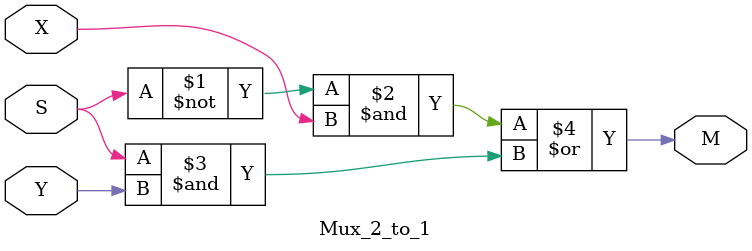
<source format=sv>

module Mux_2_to_1(X, Y, S, M);
	input X, Y, S; //two inputs and select bit
	output M;		//output of mux
	
	assign M = (~S & X) | (S & Y);
endmodule

</source>
